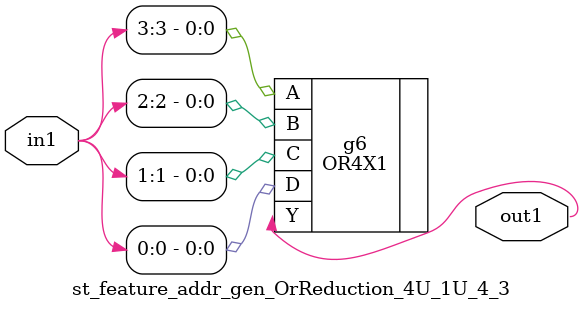
<source format=v>
`timescale 1ps / 1ps


module st_feature_addr_gen_OrReduction_4U_1U_4_3(in1, out1);
  input [3:0] in1;
  output out1;
  wire [3:0] in1;
  wire out1;
  OR4X1 g6(.A (in1[3]), .B (in1[2]), .C (in1[1]), .D (in1[0]), .Y
       (out1));
endmodule



</source>
